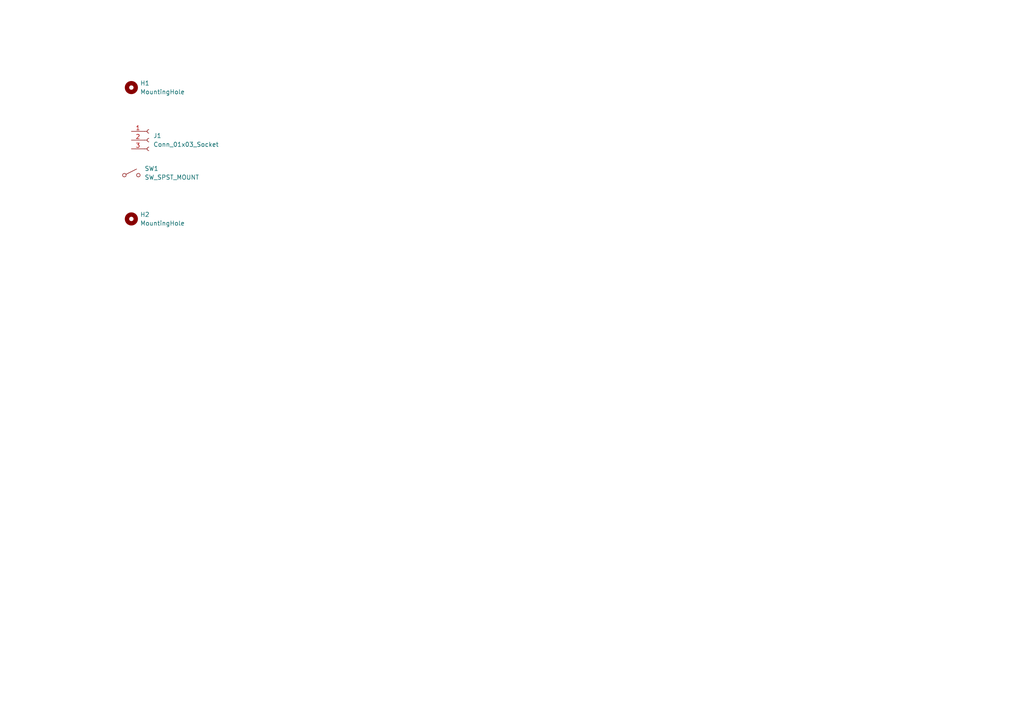
<source format=kicad_sch>
(kicad_sch (version 20231120) (generator "eeschema") (generator_version "8.0")
  (paper "A4")
  (lib_symbols
    (symbol "Connector:Conn_01x03_Socket" (pin_names (offset 1.016) hide)
      (property "Reference" "J" (at 0 5.08 0))
      (property "Value" "Conn_01x03_Socket" (at 0 -5.08 0))
      (symbol "Conn_01x03_Socket_1_1"
        (arc (start 0 -2.032) (mid -0.5058 -2.54) (end 0 -3.048) (stroke (width 0.1524)))
        (polyline (pts (xy -1.27 -2.54) (xy -0.508 -2.54)) (stroke (width 0.1524)))
        (polyline (pts (xy -1.27 0) (xy -0.508 0)) (stroke (width 0.1524)))
        (polyline (pts (xy -1.27 2.54) (xy -0.508 2.54)) (stroke (width 0.1524)))
        (arc (start 0 0.508) (mid -0.5058 0) (end 0 -0.508) (stroke (width 0.1524)))
        (arc (start 0 3.048) (mid -0.5058 2.54) (end 0 2.032) (stroke (width 0.1524)))
        (pin passive line (at -5.08 2.54 0) (length 3.81) (name "Pin_1") (number "1"))
        (pin passive line (at -5.08 0 0) (length 3.81) (name "Pin_2") (number "2"))
        (pin passive line (at -5.08 -2.54 0) (length 3.81) (name "Pin_3") (number "3"))
      )
    )
    (symbol "EXC:SW_SPST_MOUNT" (pin_names (offset 0) hide)
      (property "Reference" "SW" (at 0 3.175 0))
      (property "Value" "SW_SPST_MOUNT" (at 0 -2.54 0))
      (symbol "SW_SPST_MOUNT_0_0"
        (circle (center -2.032 0) (radius 0.508))
        (polyline (pts (xy -1.524 0.254) (xy 1.524 1.778)))
        (circle (center 2.032 0) (radius 0.508))
      )
    )
    (symbol "Mechanical:MountingHole" (pin_names (offset 1.016)) (exclude_from_sim yes) (in_bom no)
      (property "Reference" "H" (at 0 5.08 0))
      (property "Value" "MountingHole" (at 0 3.175 0))
      (symbol "MountingHole_0_1"
        (circle (center 0 0) (radius 1.27) (stroke (width 1.27)))
      )
    )
  )
  (symbol (lib_id "Connector:Conn_01x03_Socket") (at 43.18 40.64 0) (unit 1)
    (property "Reference" "J1" (at 44.45 39.3699 0) (effects (justify left)))
    (property "Value" "Conn_01x03_Socket" (at 44.45 41.9099 0) (effects (justify left)))
    (property "Footprint" "Connector_PinSocket_2.54mm:PinSocket_1x03_P2.54mm_Vertical" (effects (hide yes)))
    (property "Description" "Generic connector, single row, 01x03, script generated" (effects (hide yes)))
  )
  (symbol (lib_id "Mechanical:MountingHole") (at 38.1 63.5 0) (unit 1) (exclude_from_sim yes) (in_bom no)
    (property "Reference" "H2" (at 40.64 62.2299 0) (effects (justify left)))
    (property "Value" "MountingHole" (at 40.64 64.7699 0) (effects (justify left)))
    (property "Footprint" "MountingHole:MountingHole_3.2mm_M3" (effects (hide yes)))
    (property "Description" "Mounting Hole without connection" (effects (hide yes)))
  )
  (symbol (lib_id "EXC:SW_SPST_MOUNT") (at 38.1 50.8 0) (unit 1)
    (property "Reference" "SW1" (at 41.91 48.8949 0) (effects (justify left)))
    (property "Value" "SW_SPST_MOUNT" (at 41.91 51.4349 0) (effects (justify left)))
    (property "Footprint" "EXC:Illuminated_Toggle_Switch_M12" (effects (hide yes)))
    (property "Description" "Single Pole Single Throw (SPST) switch" (effects (hide yes)))
  )
  (symbol (lib_id "Mechanical:MountingHole") (at 38.1 25.4 0) (unit 1) (exclude_from_sim yes) (in_bom no)
    (property "Reference" "H1" (at 40.64 24.1299 0) (effects (justify left)))
    (property "Value" "MountingHole" (at 40.64 26.6699 0) (effects (justify left)))
    (property "Footprint" "MountingHole:MountingHole_3.2mm_M3" (effects (hide yes)))
    (property "Description" "Mounting Hole without connection" (effects (hide yes)))
  )
)
</source>
